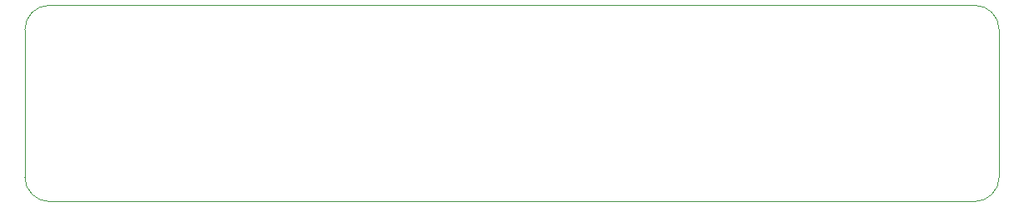
<source format=gbr>
%TF.GenerationSoftware,KiCad,Pcbnew,6.0.9+dfsg-1~bpo11+1*%
%TF.CreationDate,2022-11-11T14:52:19+01:00*%
%TF.ProjectId,014-base-power-board,3031342d-6261-4736-952d-706f7765722d,1*%
%TF.SameCoordinates,Original*%
%TF.FileFunction,Profile,NP*%
%FSLAX46Y46*%
G04 Gerber Fmt 4.6, Leading zero omitted, Abs format (unit mm)*
G04 Created by KiCad (PCBNEW 6.0.9+dfsg-1~bpo11+1) date 2022-11-11 14:52:19*
%MOMM*%
%LPD*%
G01*
G04 APERTURE LIST*
%TA.AperFunction,Profile*%
%ADD10C,0.100000*%
%TD*%
G04 APERTURE END LIST*
D10*
X195000000Y-80500000D02*
X101000000Y-80500000D01*
X197500000Y-98000000D02*
X197500000Y-83000000D01*
X101000000Y-100500000D02*
X195000000Y-100500000D01*
X98500000Y-83000000D02*
X98500000Y-98000000D01*
X101000000Y-80500000D02*
G75*
G03*
X98500000Y-83000000I0J-2500000D01*
G01*
X197500000Y-83000000D02*
G75*
G03*
X195000000Y-80500000I-2500000J0D01*
G01*
X98500000Y-98000000D02*
G75*
G03*
X101000000Y-100500000I2500000J0D01*
G01*
X195000000Y-100500000D02*
G75*
G03*
X197500000Y-98000000I0J2500000D01*
G01*
M02*

</source>
